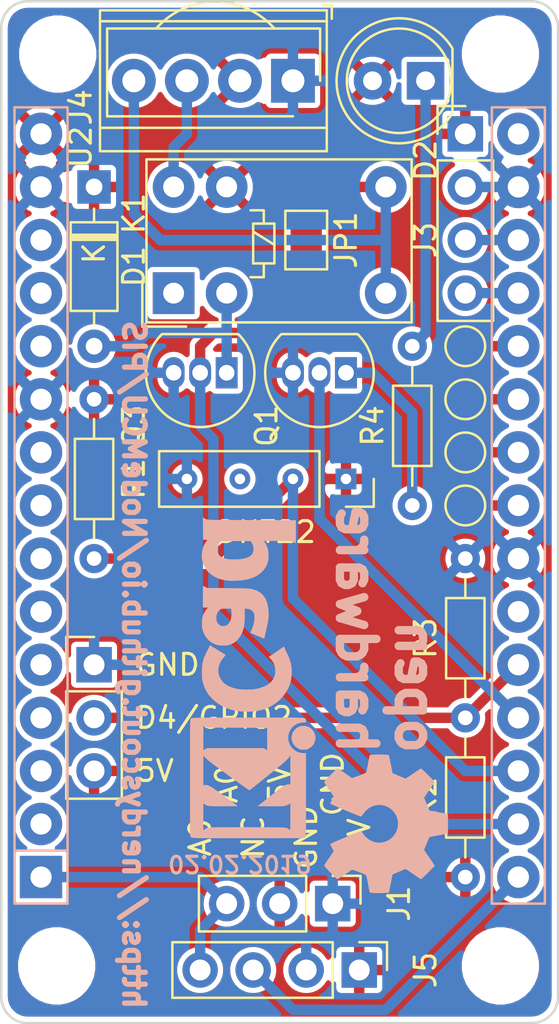
<source format=kicad_pcb>
(kicad_pcb (version 20171130) (host pcbnew 5.1.5+dfsg1-2build2)
  (title_block (title NodeMCU_PIS) (date 2020-10-04) (company https://nerdyscout.github.io/NodeMCU/PIS))
  (layers (0 F.Cu mixed hide) (31 B.Cu mixed hide) (34 B.Paste user hide) (35 F.Paste user hide) (36 B.SilkS user hide) (37 F.SilkS user hide) (38 B.Mask user) (39 F.Mask user hide) (44 Edge.Cuts user))
  (net 0 "")
  (net 1 GND)
  (net 2 +5V)
  (net 3 A0)
  (net 4 RxD)
  (net 5 TxD)
  (net 6 DHT)
  (net 7 "Net-(J4-Pad3)")
  (net 8 Relay)
  (net 9 "Net-(D1-Pad2)")
  (net 10 "Net-(D2-Pad1)")
  (net 11 LED)
  (net 12 "Net-(Q1-Pad1)")
  (net 13 "Net-(TP1-Pad1)")
  (net 14 "Net-(TP2-Pad1)")
  (net 15 "Net-(TP3-Pad1)")
  (net 16 "Net-(TP4-Pad1)")
  (net 17 Dig)
  (net 18 Contact)
  (net 19 "Net-(J4-Pad4)")
  (module Jumper:SolderJumper-2_P1.3mm_Open_Pad1.0x1.5mm (layer F.Cu) (at 133.985 114.3 90)
    (fp_text reference JP1 (at 0 1.905 90) (layer F.SilkS))
    (fp_text value NO)
    (pad 1 smd rect (at -0.65 0 90) (size 1 1.5) (layers F.Cu F.Mask) (net 8 Relay))
    (pad 2 smd rect (at 0.65 0 90) (size 1 1.5) (layers F.Cu F.Mask) (net 19 "Net-(J4-Pad4)"))
  )
  (module TerminalBlock_TE-Connectivity:TerminalBlock_TE_282834-4_1x04_P2.54mm_Horizontal (layer F.Cu) (at 133.35 106.68 180)
    (fp_text reference J4 (at 10.16 -1.27 270) (layer F.SilkS))
    (fp_text value Screw_Terminal_01x04 hide)
    (pad 4 thru_hole circle (at 7.62 0 180) (size 2.1 2.1) (drill 1.1) (layers *.Cu *.Mask) (net 19 "Net-(J4-Pad4)"))
    (pad 3 thru_hole circle (at 5.08 0 180) (size 2.1 2.1) (drill 1.1) (layers *.Cu *.Mask) (net 7 "Net-(J4-Pad3)"))
    (pad 2 thru_hole circle (at 2.54 0 180) (size 2.1 2.1) (drill 1.1) (layers *.Cu *.Mask) (net 2 +5V))
    (pad 1 thru_hole rect (at 0 0 180) (size 2.1 2.1) (drill 1.1) (layers *.Cu *.Mask) (net 1 GND))
  )
  (module OptoDevice:Vishay_CAST-3Pin (layer F.Cu) (at 133.35 106.68 180)
    (fp_text reference U2 (at 10.16 -3.175 270) (layer F.SilkS))
    (fp_text value TSOP17xx hide)
    (pad 3 thru_hole circle (at 7.62 0 180) (size 1.4 1.4) (drill 0.7) (layers *.Cu *.Mask) (net 19 "Net-(J4-Pad4)"))
    (pad 2 thru_hole circle (at 2.54 0 180) (size 1.4 1.4) (drill 0.7) (layers *.Cu *.Mask) (net 2 +5V))
    (pad 1 thru_hole roundrect (at 0 0 180) (size 1.4 1.4) (drill 0.7) (layers *.Cu *.Mask) (roundrect_rratio 0.178) (net 1 GND))
  )
  (module Connector_PinHeader_2.54mm:PinHeader_1x04_P2.54mm_Vertical (layer F.Cu) (at 136.525 149.225 270)
    (fp_text reference J5 (at 0 -3.175 270) (layer F.SilkS))
    (fp_text value "Resistive Sensor" hide)
    (pad 4 thru_hole oval (at 0 7.62 270) (size 1.7 1.7) (drill 1) (layers *.Cu *.Mask) (net 3 A0))
    (pad 3 thru_hole oval (at 0 5.08 270) (size 1.7 1.7) (drill 1) (layers *.Cu *.Mask) (net 17 Dig))
    (pad 2 thru_hole oval (at 0 2.54 270) (size 1.7 1.7) (drill 1) (layers *.Cu *.Mask) (net 1 GND))
    (pad 1 thru_hole rect (at 0 0 270) (size 1.7 1.7) (drill 1) (layers *.Cu *.Mask) (net 2 +5V))
  )
  (module Connector_PinSocket_2.54mm:PinSocket_1x04_P2.54mm_Vertical (layer F.Cu) (at 135.89 125.73 270)
    (fp_text reference U4 hide)
    (fp_text value DHT11)
    (pad 4 thru_hole oval (at 0 7.62 270) (size 1 1) (drill 0.5) (layers *.Cu *.Mask) (net 1 GND))
    (pad 3 thru_hole oval (at 0 5.08 270) (size 1 1) (drill 0.5) (layers *.Cu *.Mask))
    (pad 2 thru_hole oval (at 0 2.54 270) (size 1 1) (drill 0.5) (layers *.Cu *.Mask) (net 6 DHT))
    (pad 1 thru_hole rect (at 0 0 270) (size 1 1) (drill 0.5) (layers *.Cu *.Mask) (net 2 +5V))
  )
  (module TestPoint:TestPoint_Pad_D1.5mm (layer F.Cu) (at 141.605 119.38)
    (fp_text reference TP4 hide)
    (fp_text value CS hide)
    (pad 1 smd circle (at 0 0) (size 1.5 1.5) (layers F.Cu F.Mask) (net 16 "Net-(TP4-Pad1)"))
  )
  (module TestPoint:TestPoint_Pad_D1.5mm (layer F.Cu) (at 141.605 121.92)
    (fp_text reference TP3 hide)
    (fp_text value MOSI hide)
    (pad 1 smd circle (at 0 0) (size 1.5 1.5) (layers F.Cu F.Mask) (net 15 "Net-(TP3-Pad1)"))
  )
  (module TestPoint:TestPoint_Pad_D1.5mm (layer F.Cu) (at 141.605 124.46)
    (fp_text reference TP2 hide)
    (fp_text value MISO hide)
    (pad 1 smd circle (at 0 0) (size 1.5 1.5) (layers F.Cu F.Mask) (net 14 "Net-(TP2-Pad1)"))
  )
  (module TestPoint:TestPoint_Pad_D1.5mm (layer F.Cu) (at 141.605 127)
    (fp_text reference TP1 hide)
    (fp_text value CLK hide)
    (pad 1 smd circle (at 0 0) (size 1.5 1.5) (layers F.Cu F.Mask) (net 13 "Net-(TP1-Pad1)"))
  )
  (module Resistor_THT:R_Axial_DIN0204_L3.6mm_D1.6mm_P7.62mm_Horizontal (layer F.Cu) (at 139.065 127 90)
    (fp_text reference R4 (at 3.81 -1.905 90) (layer F.SilkS))
    (fp_text value 100)
    (pad 2 thru_hole oval (at 7.62 0 90) (size 1.4 1.4) (drill 0.7) (layers *.Cu *.Mask) (net 10 "Net-(D2-Pad1)"))
    (pad 1 thru_hole circle (at 0 0 90) (size 1.4 1.4) (drill 0.7) (layers *.Cu *.Mask) (net 12 "Net-(Q1-Pad1)"))
  )
  (module LED_THT:LED_D5.0mm (layer F.Cu) (at 139.7 106.68 180)
    (fp_text reference D2 (at 0 -3.81 270) (layer F.SilkS))
    (fp_text value LED)
    (pad 2 thru_hole circle (at 2.54 0 180) (size 1.8 1.8) (drill 0.9) (layers *.Cu *.Mask) (net 2 +5V))
    (pad 1 thru_hole rect (at 0 0 180) (size 1.8 1.8) (drill 0.9) (layers *.Cu *.Mask) (net 10 "Net-(D2-Pad1)"))
  )
  (module Package_TO_SOT_THT:TO-92_Inline (layer F.Cu) (at 135.89 120.65 180)
    (fp_text reference Q1 (at 3.81 -2.54 270) (layer F.SilkS))
    (fp_text value BC547)
    (pad 1 thru_hole rect (at 0 0 180) (size 1.05 1.5) (drill 0.75) (layers *.Cu *.Mask) (net 12 "Net-(Q1-Pad1)"))
    (pad 3 thru_hole oval (at 2.54 0 180) (size 1.05 1.5) (drill 0.75) (layers *.Cu *.Mask) (net 1 GND))
    (pad 2 thru_hole oval (at 1.27 0 180) (size 1.05 1.5) (drill 0.75) (layers *.Cu *.Mask) (net 11 LED))
  )
  (module Diode_THT:D_DO-35_SOD27_P7.62mm_Horizontal (layer F.Cu) (at 123.825 111.76 270)
    (fp_text reference D1 (at 3.81 -1.905 270) (layer F.SilkS))
    (fp_text value 1N4148)
    (fp_text user K (at 3.175 0 270) (layer F.SilkS))
    (pad 2 thru_hole oval (at 7.62 0 270) (size 1.6 1.6) (drill 0.8) (layers *.Cu *.Mask) (net 9 "Net-(D1-Pad2)"))
    (pad 1 thru_hole rect (at 0 0 270) (size 1.6 1.6) (drill 0.8) (layers *.Cu *.Mask) (net 2 +5V))
  )
  (module Symbol:KiCad-Logo_6mm_SilkScreen (layer B.Cu) (at 131.445 135.255 90)
    (fp_text reference LOGO2 hide)
    (fp_text value Logo_Open_Hardware_Small hide)
  )
  (module Relay_THT:Relay_SPDT_Omron_G5V-1 (layer F.Cu) (at 127.635 116.84 90)
    (fp_text reference K1 (at 3.81 -1.905 270) (layer F.SilkS))
    (fp_text value G5V-1)
    (pad 10 thru_hole circle (at 5.08 0 90) (size 2 2) (drill 1) (layers *.Cu *.Mask) (net 7 "Net-(J4-Pad3)"))
    (pad 9 thru_hole circle (at 5.08 2.54 90) (size 2 2) (drill 1) (layers *.Cu *.Mask) (net 2 +5V))
    (pad 1 thru_hole rect (at 0 0 90) (size 2 2) (drill 1) (layers *.Cu *.Mask))
    (pad 2 thru_hole circle (at 0 2.54 90) (size 2 2) (drill 1) (layers *.Cu *.Mask) (net 9 "Net-(D1-Pad2)"))
    (pad 6 thru_hole circle (at 5.08 10.16 90) (size 2 2) (drill 1) (layers *.Cu *.Mask) (net 19 "Net-(J4-Pad4)"))
    (pad 5 thru_hole circle (at 0 10.16 90) (size 2 2) (drill 1) (layers *.Cu *.Mask) (net 19 "Net-(J4-Pad4)"))
  )
  (module Resistor_THT:R_Axial_DIN0204_L3.6mm_D1.6mm_P7.62mm_Horizontal (layer F.Cu) (at 141.605 129.54 270)
    (fp_text reference R3 (at 3.81 1.905 90) (layer F.SilkS))
    (fp_text value 10k)
    (pad 2 thru_hole oval (at 7.62 0 270) (size 1.4 1.4) (drill 0.7) (layers *.Cu *.Mask) (net 18 Contact))
    (pad 1 thru_hole circle (at 0 0 270) (size 1.4 1.4) (drill 0.7) (layers *.Cu *.Mask) (net 1 GND))
  )
  (module Resistor_THT:R_Axial_DIN0204_L3.6mm_D1.6mm_P7.62mm_Horizontal (layer F.Cu) (at 141.605 137.16 270)
    (fp_text reference R2 (at 3.81 1.905 90) (layer F.SilkS))
    (fp_text value 10k)
    (pad 2 thru_hole oval (at 7.62 0 270) (size 1.4 1.4) (drill 0.7) (layers *.Cu *.Mask) (net 2 +5V))
    (pad 1 thru_hole circle (at 0 0 270) (size 1.4 1.4) (drill 0.7) (layers *.Cu *.Mask) (net 18 Contact))
  )
  (module Package_TO_SOT_THT:TO-92_Inline (layer F.Cu) (at 130.175 120.65 180)
    (fp_text reference Q3 (at 4.445 -2.54 90) (layer F.SilkS))
    (fp_text value BC547)
    (pad 1 thru_hole rect (at 0 0 180) (size 1.05 1.5) (drill 0.75) (layers *.Cu *.Mask) (net 9 "Net-(D1-Pad2)"))
    (pad 3 thru_hole oval (at 2.54 0 180) (size 1.05 1.5) (drill 0.75) (layers *.Cu *.Mask) (net 1 GND))
    (pad 2 thru_hole oval (at 1.27 0 180) (size 1.05 1.5) (drill 0.75) (layers *.Cu *.Mask) (net 8 Relay))
  )
  (module Connector_PinHeader_2.54mm:PinHeader_1x03_P2.54mm_Vertical (layer F.Cu) (at 123.825 134.62)
    (fp_text reference J2 hide)
    (fp_text value Conn_01x03 hide)
    (pad 3 thru_hole oval (at 0 5.08) (size 1.7 1.7) (drill 1) (layers *.Cu *.Mask) (net 2 +5V))
    (pad 2 thru_hole oval (at 0 2.54) (size 1.7 1.7) (drill 1) (layers *.Cu *.Mask) (net 18 Contact))
    (pad 1 thru_hole rect (at 0 0) (size 1.7 1.7) (drill 1) (layers *.Cu *.Mask) (net 1 GND))
  )
  (module Module:NodeMCU_Amica (layer B.Cu) (at 121.285 144.78)
    (fp_text reference U1 hide)
    (fp_text value "NodeMCU1.0(ESP-12E)")
    (pad "" np_thru_hole circle (at 0.75 4.25) (size 3.2 3.2) (drill 3.2) (layers *.Cu *.Mask))
    (pad "" np_thru_hole circle (at 22 4.25) (size 3.2 3.2) (drill 3.2) (layers *.Cu *.Mask))
    (pad "" np_thru_hole circle (at 22 -39.38) (size 3.2 3.2) (drill 3.2) (layers *.Cu *.Mask))
    (pad "" np_thru_hole circle (at 0.8 -39.38) (size 3.2 3.2) (drill 3.2) (layers *.Cu *.Mask))
    (pad 29 thru_hole circle (at 22.86 -2.54) (size 2.032 2.032) (drill 1.016) (layers *.Cu *.Mask) (net 8 Relay))
    (pad 27 thru_hole circle (at 22.86 -7.62) (size 2.032 2.032) (drill 1.016) (layers *.Cu *.Mask) (net 11 LED))
    (pad 28 thru_hole circle (at 22.86 -5.08) (size 2.032 2.032) (drill 1.016) (layers *.Cu *.Mask) (net 6 DHT))
    (pad 20 thru_hole circle (at 22.86 -25.4) (size 2.032 2.032) (drill 1.016) (layers *.Cu *.Mask) (net 16 "Net-(TP4-Pad1)"))
    (pad 21 thru_hole circle (at 22.86 -22.86) (size 2.032 2.032) (drill 1.016) (layers *.Cu *.Mask) (net 15 "Net-(TP3-Pad1)"))
    (pad 23 thru_hole circle (at 22.86 -17.78) (size 2.032 2.032) (drill 1.016) (layers *.Cu *.Mask) (net 13 "Net-(TP1-Pad1)"))
    (pad 22 thru_hole circle (at 22.86 -20.32) (size 2.032 2.032) (drill 1.016) (layers *.Cu *.Mask) (net 14 "Net-(TP2-Pad1)"))
    (pad 16 thru_hole circle (at 22.86 -35.56) (size 2.032 2.032) (drill 1.016) (layers *.Cu *.Mask))
    (pad 24 thru_hole circle (at 22.86 -15.24) (size 2.032 2.032) (drill 1.016) (layers *.Cu *.Mask) (net 1 GND))
    (pad 26 thru_hole circle (at 22.86 -10.16) (size 2.032 2.032) (drill 1.016) (layers *.Cu *.Mask) (net 18 Contact))
    (pad 25 thru_hole circle (at 22.86 -12.7) (size 2.032 2.032) (drill 1.016) (layers *.Cu *.Mask))
    (pad 19 thru_hole circle (at 22.86 -27.94) (size 2.032 2.032) (drill 1.016) (layers *.Cu *.Mask) (net 4 RxD))
    (pad 17 thru_hole circle (at 22.86 -33.02) (size 2.032 2.032) (drill 1.016) (layers *.Cu *.Mask) (net 1 GND))
    (pad 18 thru_hole circle (at 22.86 -30.48) (size 2.032 2.032) (drill 1.016) (layers *.Cu *.Mask) (net 5 TxD))
    (pad 30 thru_hole circle (at 22.86 0) (size 2.032 2.032) (drill 1.016) (layers *.Cu *.Mask) (net 17 Dig))
    (pad 15 thru_hole circle (at 0 -35.56) (size 2.032 2.032) (drill 1.016) (layers *.Cu *.Mask) (net 2 +5V))
    (pad 14 thru_hole circle (at 0 -33.02) (size 2.032 2.032) (drill 1.016) (layers *.Cu *.Mask) (net 1 GND))
    (pad 13 thru_hole circle (at 0 -30.48) (size 2.032 2.032) (drill 1.016) (layers *.Cu *.Mask))
    (pad 12 thru_hole circle (at 0 -27.94) (size 2.032 2.032) (drill 1.016) (layers *.Cu *.Mask))
    (pad 11 thru_hole circle (at 0 -25.4) (size 2.032 2.032) (drill 1.016) (layers *.Cu *.Mask))
    (pad 10 thru_hole circle (at 0 -22.86) (size 2.032 2.032) (drill 1.016) (layers *.Cu *.Mask) (net 1 GND))
    (pad 9 thru_hole circle (at 0 -20.32) (size 2.032 2.032) (drill 1.016) (layers *.Cu *.Mask))
    (pad 8 thru_hole circle (at 0 -17.78) (size 2.032 2.032) (drill 1.016) (layers *.Cu *.Mask))
    (pad 7 thru_hole circle (at 0 -15.24) (size 2.032 2.032) (drill 1.016) (layers *.Cu *.Mask))
    (pad 6 thru_hole circle (at 0 -12.7) (size 2.032 2.032) (drill 1.016) (layers *.Cu *.Mask))
    (pad 5 thru_hole circle (at 0 -10.16) (size 2.032 2.032) (drill 1.016) (layers *.Cu *.Mask))
    (pad 4 thru_hole circle (at 0 -7.62) (size 2.032 2.032) (drill 1.016) (layers *.Cu *.Mask))
    (pad 3 thru_hole circle (at 0 -5.08) (size 2.032 2.032) (drill 1.016) (layers *.Cu *.Mask))
    (pad 2 thru_hole circle (at 0 -2.54) (size 2.032 2.032) (drill 1.016) (layers *.Cu *.Mask))
    (pad 1 thru_hole rect (at 0 0) (size 2.032 2.032) (drill 1.016) (layers *.Cu *.Mask) (net 3 A0))
  )
  (module Connector_PinHeader_2.54mm:PinHeader_1x03_P2.54mm_Vertical (layer F.Cu) (at 135.255 146.05 270)
    (fp_text reference J1 (at 0 -3.175 270) (layer F.SilkS))
    (fp_text value "Capacitive Sensor" hide)
    (pad 3 thru_hole oval (at 0 5.08 270) (size 1.7 1.7) (drill 1) (layers *.Cu *.Mask) (net 3 A0))
    (pad 2 thru_hole oval (at 0 2.54 270) (size 1.7 1.7) (drill 1) (layers *.Cu *.Mask) (net 2 +5V))
    (pad 1 thru_hole rect (at 0 0 270) (size 1.7 1.7) (drill 1) (layers *.Cu *.Mask) (net 1 GND))
  )
  (module Resistor_THT:R_Axial_DIN0204_L3.6mm_D1.6mm_P7.62mm_Horizontal (layer F.Cu) (at 123.825 129.54 90)
    (fp_text reference R1 (at 3.81 1.905 270) (layer F.SilkS))
    (fp_text value 10k)
    (pad 2 thru_hole oval (at 7.62 0 90) (size 1.4 1.4) (drill 0.7) (layers *.Cu *.Mask) (net 2 +5V))
    (pad 1 thru_hole circle (at 0 0 90) (size 1.4 1.4) (drill 0.7) (layers *.Cu *.Mask) (net 6 DHT))
  )
  (module Connector_PinHeader_2.54mm:PinHeader_1x04_P2.54mm_Vertical (layer F.Cu) (at 141.605 109.22)
    (fp_text reference J3 (at -1.905 5.08 90) (layer F.SilkS))
    (fp_text value Serial hide)
    (pad 4 thru_hole oval (at 0 7.62) (size 1.7 1.7) (drill 1) (layers *.Cu *.Mask) (net 4 RxD))
    (pad 3 thru_hole oval (at 0 5.08) (size 1.7 1.7) (drill 1) (layers *.Cu *.Mask) (net 5 TxD))
    (pad 2 thru_hole oval (at 0 2.54) (size 1.7 1.7) (drill 1) (layers *.Cu *.Mask) (net 1 GND))
    (pad 1 thru_hole rect (at 0 0) (size 1.7 1.7) (drill 1) (layers *.Cu *.Mask) (net 2 +5V))
  )
  (module Symbol:OSHW-Symbol_6.7x6mm_SilkScreen (layer B.Cu) (at 137.795 142.24 90)
    (fp_text reference LOGO1 hide)
    (fp_text value Logo_Open_Hardware_Small hide)
  )
  (gr_text D4/GPIO2 (at 125.73 137.16) (layer F.SilkS) (effects (font (size 1 1)) (justify left)))
  (gr_text 5V (at 125.73 139.7) (layer F.SilkS) (effects (font (size 1 1)) (justify left)))
  (gr_text GND (at 125.73 134.62) (layer F.SilkS) (effects (font (size 1 1)) (justify left)))
  (gr_text A0 (at 130.175 140.335 90) (layer F.SilkS) (effects (font (size 1 1))))
  (gr_text 5V (at 136.525 142.875 90) (layer F.SilkS) (effects (font (size 1 1))))
  (gr_text GND (at 133.985 142.875 90) (layer F.SilkS) (effects (font (size 1 1))))
  (gr_text A0 (at 128.905 142.875 90) (layer F.SilkS) (effects (font (size 1 1))))
  (gr_text NC (at 131.445 142.875 90) (layer F.SilkS) (effects (font (size 1 1))))
  (gr_text GND (at 135.255 140.335 90) (layer F.SilkS) (effects (font (size 1 1))))
  (gr_text 5V (at 132.715 140.335 90) (layer F.SilkS) (effects (font (size 1 1))))
  (gr_text DHT22 (at 132.08 128.27) (layer F.SilkS) (effects (font (size 1 1))))
  (gr_text 02.02.2019 (at 130.81 144.145 180) (layer B.SilkS) (effects (font (size 0.8 0.8)) (justify mirror)))
  (gr_text "open\nhardware" (at 137.795 139.065 270) (layer B.SilkS) (effects (font (size 1.75 1.75) (thickness 0.4)) (justify left mirror)))
  (gr_text https://nerdyscout.github.io/NodeMCU/PIS (at 125.73 134.62 270) (layer B.SilkS) (effects (font (size 1 1) (thickness 0.25)) (justify mirror)))
  (gr_arc (start 120.65 104.14489) (end 120.65 102.87489) (angle -90) (layer Edge.Cuts) (width 0.12))
  (gr_arc (start 144.78 150.495) (end 144.78 151.765) (angle -90) (layer Edge.Cuts) (width 0.12))
  (gr_arc (start 144.78 104.14489) (end 146.05 104.14489) (angle -90) (layer Edge.Cuts) (width 0.12))
  (gr_arc (start 120.65 150.49989) (end 119.38 150.49989) (angle -90) (layer Edge.Cuts) (width 0.12))
  (gr_line (start 146.05 150.495) (end 146.05 104.14) (layer Edge.Cuts) (width 0.12))
  (gr_line (start 120.65 151.765) (end 144.78 151.765) (layer Edge.Cuts) (width 0.12))
  (gr_line (start 119.38 104.14) (end 119.38 150.495) (layer Edge.Cuts) (width 0.12))
  (gr_line (start 144.78 102.87489) (end 120.65 102.87489) (layer Edge.Cuts) (width 0.12))
  (segment (start 141.605 111.76) (end 144.145 111.76) (width 0.5) (layer B.Cu) (net 1))
  (segment (start 128.905 149.225) (end 128.905 147.32) (width 0.5) (layer B.Cu) (net 3))
  (segment (start 128.905 147.32) (end 130.175 146.05) (width 0.5) (layer B.Cu) (net 3))
  (segment (start 130.175 146.05) (end 128.905 144.78) (width 0.5) (layer B.Cu) (net 3))
  (segment (start 128.905 144.78) (end 121.285 144.78) (width 0.5) (layer B.Cu) (net 3))
  (segment (start 141.605 116.84) (end 144.145 116.84) (width 0.5) (layer B.Cu) (net 4))
  (segment (start 144.145 114.3) (end 141.605 114.3) (width 0.5) (layer B.Cu) (net 5))
  (segment (start 129.54 129.54) (end 123.825 129.54) (width 0.5) (layer F.Cu) (net 6))
  (segment (start 133.35 125.73) (end 129.54 129.54) (width 0.5) (layer F.Cu) (net 6))
  (segment (start 141.605 139.7) (end 133.35 131.445) (width 0.5) (layer B.Cu) (net 6))
  (segment (start 144.145 139.7) (end 141.605 139.7) (width 0.5) (layer B.Cu) (net 6))
  (segment (start 133.35 125.73) (end 133.35 131.445) (width 0.5) (layer B.Cu) (net 6))
  (segment (start 127.635 111.76) (end 127.635 109.855) (width 0.5) (layer B.Cu) (net 7))
  (segment (start 127.635 109.855) (end 128.27 109.22) (width 0.5) (layer B.Cu) (net 7))
  (segment (start 128.27 109.22) (end 128.27 106.68) (width 0.5) (layer B.Cu) (net 7))
  (segment (start 128.905 123.19) (end 128.905 120.65) (width 0.5) (layer B.Cu) (net 8))
  (segment (start 129.54 132.08) (end 129.54 123.825) (width 0.5) (layer B.Cu) (net 8))
  (segment (start 129.54 123.825) (end 128.905 123.19) (width 0.5) (layer B.Cu) (net 8))
  (segment (start 139.7 142.24) (end 129.54 132.08) (width 0.5) (layer B.Cu) (net 8))
  (segment (start 144.145 142.24) (end 139.7 142.24) (width 0.5) (layer B.Cu) (net 8))
  (segment (start 133.985 115.95) (end 131.19 118.745) (width 0.5) (layer F.Cu) (net 8))
  (segment (start 133.985 114.95) (end 133.985 115.95) (width 0.5) (layer F.Cu) (net 8))
  (segment (start 131.19 118.745) (end 129.54 118.745) (width 0.5) (layer F.Cu) (net 8))
  (segment (start 129.54 118.745) (end 128.905 119.38) (width 0.5) (layer F.Cu) (net 8))
  (segment (start 128.905 119.38) (end 128.905 120.65) (width 0.5) (layer F.Cu) (net 8))
  (segment (start 130.175 120.65) (end 130.175 118.745) (width 0.5) (layer B.Cu) (net 9))
  (segment (start 130.175 118.745) (end 130.175 116.84) (width 0.5) (layer B.Cu) (net 9))
  (segment (start 130.175 118.745) (end 126.365 118.745) (width 0.5) (layer B.Cu) (net 9))
  (segment (start 126.365 118.745) (end 125.73 119.38) (width 0.5) (layer B.Cu) (net 9))
  (segment (start 125.73 119.38) (end 123.825 119.38) (width 0.5) (layer B.Cu) (net 9))
  (segment (start 139.7 106.68) (end 139.7 118.745) (width 0.5) (layer B.Cu) (net 10))
  (segment (start 139.7 118.745) (end 139.065 119.38) (width 0.5) (layer B.Cu) (net 10))
  (segment (start 134.62 127) (end 134.62 120.65) (width 0.5) (layer B.Cu) (net 11))
  (segment (start 144.145 137.16) (end 134.62 127.635) (width 0.5) (layer B.Cu) (net 11))
  (segment (start 134.62 127.635) (end 134.62 127) (width 0.5) (layer B.Cu) (net 11))
  (segment (start 137.16 120.65) (end 135.89 120.65) (width 0.5) (layer B.Cu) (net 12))
  (segment (start 137.16 120.65) (end 139.065 122.555) (width 0.5) (layer B.Cu) (net 12))
  (segment (start 139.065 127) (end 139.065 122.555) (width 0.5) (layer B.Cu) (net 12))
  (segment (start 141.605 127) (end 144.145 127) (width 0.5) (layer F.Cu) (net 13))
  (segment (start 141.605 124.46) (end 144.145 124.46) (width 0.5) (layer F.Cu) (net 14))
  (segment (start 141.605 121.92) (end 144.145 121.92) (width 0.5) (layer F.Cu) (net 15))
  (segment (start 141.605 119.38) (end 144.145 119.38) (width 0.5) (layer F.Cu) (net 16))
  (segment (start 137.795 151.13) (end 141.2875 147.6375) (width 0.5) (layer B.Cu) (net 17))
  (segment (start 131.445 149.225) (end 133.35 151.13) (width 0.5) (layer B.Cu) (net 17))
  (segment (start 141.2875 147.6375) (end 144.145 144.78) (width 0.5) (layer B.Cu) (net 17))
  (segment (start 133.35 151.13) (end 137.795 151.13) (width 0.5) (layer B.Cu) (net 17))
  (segment (start 123.825 137.16) (end 141.605 137.16) (width 0.5) (layer F.Cu) (net 18))
  (segment (start 141.605 137.16) (end 144.145 134.62) (width 0.5) (layer F.Cu) (net 18))
  (segment (start 137.795 114.3) (end 127 114.3) (width 0.5) (layer B.Cu) (net 19))
  (segment (start 137.795 116.84) (end 137.795 114.3) (width 0.5) (layer B.Cu) (net 19))
  (segment (start 137.795 114.3) (end 137.795 111.76) (width 0.5) (layer B.Cu) (net 19))
  (segment (start 127 114.3) (end 125.73 113.03) (width 0.5) (layer B.Cu) (net 19))
  (segment (start 125.73 113.03) (end 125.73 106.68) (width 0.5) (layer B.Cu) (net 19))
  (segment (start 137.795 111.76) (end 136.380787 111.76) (width 0.5) (layer F.Cu) (net 19))
  (segment (start 136.380787 111.76) (end 134.62 111.76) (width 0.5) (layer F.Cu) (net 19))
  (segment (start 134.62 111.76) (end 133.985 112.395) (width 0.5) (layer F.Cu) (net 19))
  (segment (start 133.985 112.395) (end 133.985 113.665) (width 0.5) (layer F.Cu) (net 19))
  (zone (net 1) (net_name GND) (layer B.Cu) (connect_pads (clearance 0.25)) (min_thickness 0.25) (fill yes (arc_segments 16) (thermal_gap 0.5) (thermal_bridge_width 0.5))
    (polygon (pts (xy 146.05 151.765) (xy 119.38 151.765) (xy 119.38 102.87) (xy 146.05 102.87)))
  )
  (zone (net 2) (net_name +5V) (layer F.Cu) (connect_pads (clearance 0.25)) (min_thickness 0.25) (fill yes (arc_segments 16) (thermal_gap 0.5) (thermal_bridge_width 0.5))
    (polygon (pts (xy 146.05 151.765) (xy 119.38 151.765) (xy 119.38 102.87) (xy 146.05 102.87)))
  )
)
</source>
